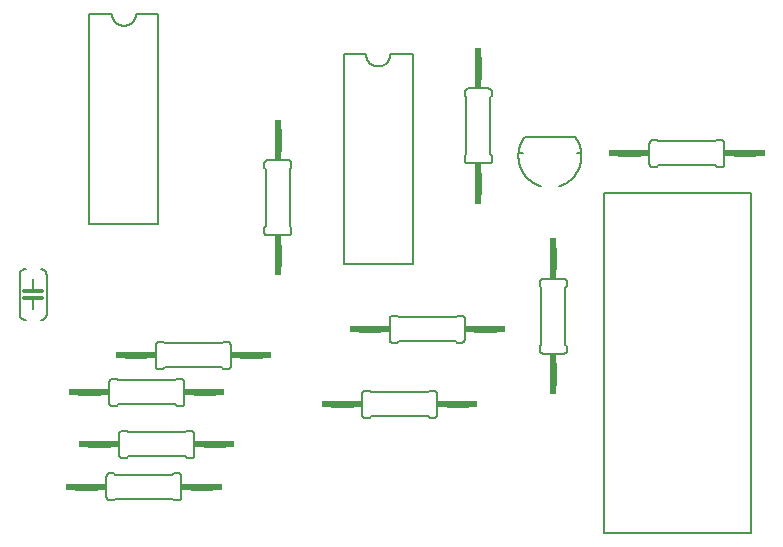
<source format=gto>
G75*
%MOIN*%
%OFA0B0*%
%FSLAX25Y25*%
%IPPOS*%
%LPD*%
%AMOC8*
5,1,8,0,0,1.08239X$1,22.5*
%
%ADD10C,0.00600*%
%ADD11C,0.00800*%
%ADD12C,0.02400*%
%ADD13R,0.03400X0.02400*%
%ADD14R,0.02400X0.03400*%
%ADD15C,0.01200*%
D10*
X0056675Y0019655D02*
X0056675Y0026655D01*
X0056677Y0026715D01*
X0056682Y0026776D01*
X0056691Y0026835D01*
X0056704Y0026894D01*
X0056720Y0026953D01*
X0056740Y0027010D01*
X0056763Y0027065D01*
X0056790Y0027120D01*
X0056819Y0027172D01*
X0056852Y0027223D01*
X0056888Y0027272D01*
X0056926Y0027318D01*
X0056968Y0027362D01*
X0057012Y0027404D01*
X0057058Y0027442D01*
X0057107Y0027478D01*
X0057158Y0027511D01*
X0057210Y0027540D01*
X0057265Y0027567D01*
X0057320Y0027590D01*
X0057377Y0027610D01*
X0057436Y0027626D01*
X0057495Y0027639D01*
X0057554Y0027648D01*
X0057615Y0027653D01*
X0057675Y0027655D01*
X0059175Y0027655D01*
X0059675Y0027155D01*
X0078675Y0027155D01*
X0079175Y0027655D01*
X0080675Y0027655D01*
X0080735Y0027653D01*
X0080796Y0027648D01*
X0080855Y0027639D01*
X0080914Y0027626D01*
X0080973Y0027610D01*
X0081030Y0027590D01*
X0081085Y0027567D01*
X0081140Y0027540D01*
X0081192Y0027511D01*
X0081243Y0027478D01*
X0081292Y0027442D01*
X0081338Y0027404D01*
X0081382Y0027362D01*
X0081424Y0027318D01*
X0081462Y0027272D01*
X0081498Y0027223D01*
X0081531Y0027172D01*
X0081560Y0027120D01*
X0081587Y0027065D01*
X0081610Y0027010D01*
X0081630Y0026953D01*
X0081646Y0026894D01*
X0081659Y0026835D01*
X0081668Y0026776D01*
X0081673Y0026715D01*
X0081675Y0026655D01*
X0081675Y0019655D01*
X0081673Y0019595D01*
X0081668Y0019534D01*
X0081659Y0019475D01*
X0081646Y0019416D01*
X0081630Y0019357D01*
X0081610Y0019300D01*
X0081587Y0019245D01*
X0081560Y0019190D01*
X0081531Y0019138D01*
X0081498Y0019087D01*
X0081462Y0019038D01*
X0081424Y0018992D01*
X0081382Y0018948D01*
X0081338Y0018906D01*
X0081292Y0018868D01*
X0081243Y0018832D01*
X0081192Y0018799D01*
X0081140Y0018770D01*
X0081085Y0018743D01*
X0081030Y0018720D01*
X0080973Y0018700D01*
X0080914Y0018684D01*
X0080855Y0018671D01*
X0080796Y0018662D01*
X0080735Y0018657D01*
X0080675Y0018655D01*
X0079175Y0018655D01*
X0078675Y0019155D01*
X0059675Y0019155D01*
X0059175Y0018655D01*
X0057675Y0018655D01*
X0057615Y0018657D01*
X0057554Y0018662D01*
X0057495Y0018671D01*
X0057436Y0018684D01*
X0057377Y0018700D01*
X0057320Y0018720D01*
X0057265Y0018743D01*
X0057210Y0018770D01*
X0057158Y0018799D01*
X0057107Y0018832D01*
X0057058Y0018868D01*
X0057012Y0018906D01*
X0056968Y0018948D01*
X0056926Y0018992D01*
X0056888Y0019038D01*
X0056852Y0019087D01*
X0056819Y0019138D01*
X0056790Y0019190D01*
X0056763Y0019245D01*
X0056740Y0019300D01*
X0056720Y0019357D01*
X0056704Y0019416D01*
X0056691Y0019475D01*
X0056682Y0019534D01*
X0056677Y0019595D01*
X0056675Y0019655D01*
X0061875Y0032665D02*
X0063375Y0032665D01*
X0063875Y0033165D01*
X0082875Y0033165D01*
X0083375Y0032665D01*
X0084875Y0032665D01*
X0084935Y0032667D01*
X0084996Y0032672D01*
X0085055Y0032681D01*
X0085114Y0032694D01*
X0085173Y0032710D01*
X0085230Y0032730D01*
X0085285Y0032753D01*
X0085340Y0032780D01*
X0085392Y0032809D01*
X0085443Y0032842D01*
X0085492Y0032878D01*
X0085538Y0032916D01*
X0085582Y0032958D01*
X0085624Y0033002D01*
X0085662Y0033048D01*
X0085698Y0033097D01*
X0085731Y0033148D01*
X0085760Y0033200D01*
X0085787Y0033255D01*
X0085810Y0033310D01*
X0085830Y0033367D01*
X0085846Y0033426D01*
X0085859Y0033485D01*
X0085868Y0033544D01*
X0085873Y0033605D01*
X0085875Y0033665D01*
X0085875Y0040665D01*
X0085873Y0040725D01*
X0085868Y0040786D01*
X0085859Y0040845D01*
X0085846Y0040904D01*
X0085830Y0040963D01*
X0085810Y0041020D01*
X0085787Y0041075D01*
X0085760Y0041130D01*
X0085731Y0041182D01*
X0085698Y0041233D01*
X0085662Y0041282D01*
X0085624Y0041328D01*
X0085582Y0041372D01*
X0085538Y0041414D01*
X0085492Y0041452D01*
X0085443Y0041488D01*
X0085392Y0041521D01*
X0085340Y0041550D01*
X0085285Y0041577D01*
X0085230Y0041600D01*
X0085173Y0041620D01*
X0085114Y0041636D01*
X0085055Y0041649D01*
X0084996Y0041658D01*
X0084935Y0041663D01*
X0084875Y0041665D01*
X0083375Y0041665D01*
X0082875Y0041165D01*
X0063875Y0041165D01*
X0063375Y0041665D01*
X0061875Y0041665D01*
X0061815Y0041663D01*
X0061754Y0041658D01*
X0061695Y0041649D01*
X0061636Y0041636D01*
X0061577Y0041620D01*
X0061520Y0041600D01*
X0061465Y0041577D01*
X0061410Y0041550D01*
X0061358Y0041521D01*
X0061307Y0041488D01*
X0061258Y0041452D01*
X0061212Y0041414D01*
X0061168Y0041372D01*
X0061126Y0041328D01*
X0061088Y0041282D01*
X0061052Y0041233D01*
X0061019Y0041182D01*
X0060990Y0041130D01*
X0060963Y0041075D01*
X0060940Y0041020D01*
X0060920Y0040963D01*
X0060904Y0040904D01*
X0060891Y0040845D01*
X0060882Y0040786D01*
X0060877Y0040725D01*
X0060875Y0040665D01*
X0060875Y0033665D01*
X0060877Y0033605D01*
X0060882Y0033544D01*
X0060891Y0033485D01*
X0060904Y0033426D01*
X0060920Y0033367D01*
X0060940Y0033310D01*
X0060963Y0033255D01*
X0060990Y0033200D01*
X0061019Y0033148D01*
X0061052Y0033097D01*
X0061088Y0033048D01*
X0061126Y0033002D01*
X0061168Y0032958D01*
X0061212Y0032916D01*
X0061258Y0032878D01*
X0061307Y0032842D01*
X0061358Y0032809D01*
X0061410Y0032780D01*
X0061465Y0032753D01*
X0061520Y0032730D01*
X0061577Y0032710D01*
X0061636Y0032694D01*
X0061695Y0032681D01*
X0061754Y0032672D01*
X0061815Y0032667D01*
X0061875Y0032665D01*
X0060105Y0050020D02*
X0058605Y0050020D01*
X0058545Y0050022D01*
X0058484Y0050027D01*
X0058425Y0050036D01*
X0058366Y0050049D01*
X0058307Y0050065D01*
X0058250Y0050085D01*
X0058195Y0050108D01*
X0058140Y0050135D01*
X0058088Y0050164D01*
X0058037Y0050197D01*
X0057988Y0050233D01*
X0057942Y0050271D01*
X0057898Y0050313D01*
X0057856Y0050357D01*
X0057818Y0050403D01*
X0057782Y0050452D01*
X0057749Y0050503D01*
X0057720Y0050555D01*
X0057693Y0050610D01*
X0057670Y0050665D01*
X0057650Y0050722D01*
X0057634Y0050781D01*
X0057621Y0050840D01*
X0057612Y0050899D01*
X0057607Y0050960D01*
X0057605Y0051020D01*
X0057605Y0058020D01*
X0057607Y0058080D01*
X0057612Y0058141D01*
X0057621Y0058200D01*
X0057634Y0058259D01*
X0057650Y0058318D01*
X0057670Y0058375D01*
X0057693Y0058430D01*
X0057720Y0058485D01*
X0057749Y0058537D01*
X0057782Y0058588D01*
X0057818Y0058637D01*
X0057856Y0058683D01*
X0057898Y0058727D01*
X0057942Y0058769D01*
X0057988Y0058807D01*
X0058037Y0058843D01*
X0058088Y0058876D01*
X0058140Y0058905D01*
X0058195Y0058932D01*
X0058250Y0058955D01*
X0058307Y0058975D01*
X0058366Y0058991D01*
X0058425Y0059004D01*
X0058484Y0059013D01*
X0058545Y0059018D01*
X0058605Y0059020D01*
X0060105Y0059020D01*
X0060605Y0058520D01*
X0079605Y0058520D01*
X0080105Y0059020D01*
X0081605Y0059020D01*
X0081665Y0059018D01*
X0081726Y0059013D01*
X0081785Y0059004D01*
X0081844Y0058991D01*
X0081903Y0058975D01*
X0081960Y0058955D01*
X0082015Y0058932D01*
X0082070Y0058905D01*
X0082122Y0058876D01*
X0082173Y0058843D01*
X0082222Y0058807D01*
X0082268Y0058769D01*
X0082312Y0058727D01*
X0082354Y0058683D01*
X0082392Y0058637D01*
X0082428Y0058588D01*
X0082461Y0058537D01*
X0082490Y0058485D01*
X0082517Y0058430D01*
X0082540Y0058375D01*
X0082560Y0058318D01*
X0082576Y0058259D01*
X0082589Y0058200D01*
X0082598Y0058141D01*
X0082603Y0058080D01*
X0082605Y0058020D01*
X0082605Y0051020D01*
X0082603Y0050960D01*
X0082598Y0050899D01*
X0082589Y0050840D01*
X0082576Y0050781D01*
X0082560Y0050722D01*
X0082540Y0050665D01*
X0082517Y0050610D01*
X0082490Y0050555D01*
X0082461Y0050503D01*
X0082428Y0050452D01*
X0082392Y0050403D01*
X0082354Y0050357D01*
X0082312Y0050313D01*
X0082268Y0050271D01*
X0082222Y0050233D01*
X0082173Y0050197D01*
X0082122Y0050164D01*
X0082070Y0050135D01*
X0082015Y0050108D01*
X0081960Y0050085D01*
X0081903Y0050065D01*
X0081844Y0050049D01*
X0081785Y0050036D01*
X0081726Y0050027D01*
X0081665Y0050022D01*
X0081605Y0050020D01*
X0080105Y0050020D01*
X0079605Y0050520D01*
X0060605Y0050520D01*
X0060105Y0050020D01*
X0073085Y0063340D02*
X0073085Y0070340D01*
X0073087Y0070400D01*
X0073092Y0070461D01*
X0073101Y0070520D01*
X0073114Y0070579D01*
X0073130Y0070638D01*
X0073150Y0070695D01*
X0073173Y0070750D01*
X0073200Y0070805D01*
X0073229Y0070857D01*
X0073262Y0070908D01*
X0073298Y0070957D01*
X0073336Y0071003D01*
X0073378Y0071047D01*
X0073422Y0071089D01*
X0073468Y0071127D01*
X0073517Y0071163D01*
X0073568Y0071196D01*
X0073620Y0071225D01*
X0073675Y0071252D01*
X0073730Y0071275D01*
X0073787Y0071295D01*
X0073846Y0071311D01*
X0073905Y0071324D01*
X0073964Y0071333D01*
X0074025Y0071338D01*
X0074085Y0071340D01*
X0075585Y0071340D01*
X0076085Y0070840D01*
X0095085Y0070840D01*
X0095585Y0071340D01*
X0097085Y0071340D01*
X0097145Y0071338D01*
X0097206Y0071333D01*
X0097265Y0071324D01*
X0097324Y0071311D01*
X0097383Y0071295D01*
X0097440Y0071275D01*
X0097495Y0071252D01*
X0097550Y0071225D01*
X0097602Y0071196D01*
X0097653Y0071163D01*
X0097702Y0071127D01*
X0097748Y0071089D01*
X0097792Y0071047D01*
X0097834Y0071003D01*
X0097872Y0070957D01*
X0097908Y0070908D01*
X0097941Y0070857D01*
X0097970Y0070805D01*
X0097997Y0070750D01*
X0098020Y0070695D01*
X0098040Y0070638D01*
X0098056Y0070579D01*
X0098069Y0070520D01*
X0098078Y0070461D01*
X0098083Y0070400D01*
X0098085Y0070340D01*
X0098085Y0063340D01*
X0098083Y0063280D01*
X0098078Y0063219D01*
X0098069Y0063160D01*
X0098056Y0063101D01*
X0098040Y0063042D01*
X0098020Y0062985D01*
X0097997Y0062930D01*
X0097970Y0062875D01*
X0097941Y0062823D01*
X0097908Y0062772D01*
X0097872Y0062723D01*
X0097834Y0062677D01*
X0097792Y0062633D01*
X0097748Y0062591D01*
X0097702Y0062553D01*
X0097653Y0062517D01*
X0097602Y0062484D01*
X0097550Y0062455D01*
X0097495Y0062428D01*
X0097440Y0062405D01*
X0097383Y0062385D01*
X0097324Y0062369D01*
X0097265Y0062356D01*
X0097206Y0062347D01*
X0097145Y0062342D01*
X0097085Y0062340D01*
X0095585Y0062340D01*
X0095085Y0062840D01*
X0076085Y0062840D01*
X0075585Y0062340D01*
X0074085Y0062340D01*
X0074025Y0062342D01*
X0073964Y0062347D01*
X0073905Y0062356D01*
X0073846Y0062369D01*
X0073787Y0062385D01*
X0073730Y0062405D01*
X0073675Y0062428D01*
X0073620Y0062455D01*
X0073568Y0062484D01*
X0073517Y0062517D01*
X0073468Y0062553D01*
X0073422Y0062591D01*
X0073378Y0062633D01*
X0073336Y0062677D01*
X0073298Y0062723D01*
X0073262Y0062772D01*
X0073229Y0062823D01*
X0073200Y0062875D01*
X0073173Y0062930D01*
X0073150Y0062985D01*
X0073130Y0063042D01*
X0073114Y0063101D01*
X0073101Y0063160D01*
X0073092Y0063219D01*
X0073087Y0063280D01*
X0073085Y0063340D01*
X0036700Y0080700D02*
X0036700Y0093700D01*
X0036698Y0093787D01*
X0036692Y0093874D01*
X0036683Y0093961D01*
X0036670Y0094047D01*
X0036653Y0094133D01*
X0036632Y0094218D01*
X0036607Y0094301D01*
X0036579Y0094384D01*
X0036548Y0094465D01*
X0036513Y0094545D01*
X0036474Y0094623D01*
X0036432Y0094700D01*
X0036387Y0094775D01*
X0036338Y0094847D01*
X0036287Y0094918D01*
X0036232Y0094986D01*
X0036175Y0095051D01*
X0036114Y0095114D01*
X0036051Y0095175D01*
X0035986Y0095232D01*
X0035918Y0095287D01*
X0035847Y0095338D01*
X0035775Y0095387D01*
X0035700Y0095432D01*
X0035623Y0095474D01*
X0035545Y0095513D01*
X0035465Y0095548D01*
X0035384Y0095579D01*
X0035301Y0095607D01*
X0035218Y0095632D01*
X0035133Y0095653D01*
X0035047Y0095670D01*
X0034961Y0095683D01*
X0034874Y0095692D01*
X0034787Y0095698D01*
X0034700Y0095700D01*
X0032200Y0092200D02*
X0032200Y0088400D01*
X0032200Y0085900D02*
X0032200Y0082200D01*
X0029700Y0078700D02*
X0029613Y0078702D01*
X0029526Y0078708D01*
X0029439Y0078717D01*
X0029353Y0078730D01*
X0029267Y0078747D01*
X0029182Y0078768D01*
X0029099Y0078793D01*
X0029016Y0078821D01*
X0028935Y0078852D01*
X0028855Y0078887D01*
X0028777Y0078926D01*
X0028700Y0078968D01*
X0028625Y0079013D01*
X0028553Y0079062D01*
X0028482Y0079113D01*
X0028414Y0079168D01*
X0028349Y0079225D01*
X0028286Y0079286D01*
X0028225Y0079349D01*
X0028168Y0079414D01*
X0028113Y0079482D01*
X0028062Y0079553D01*
X0028013Y0079625D01*
X0027968Y0079700D01*
X0027926Y0079777D01*
X0027887Y0079855D01*
X0027852Y0079935D01*
X0027821Y0080016D01*
X0027793Y0080099D01*
X0027768Y0080182D01*
X0027747Y0080267D01*
X0027730Y0080353D01*
X0027717Y0080439D01*
X0027708Y0080526D01*
X0027702Y0080613D01*
X0027700Y0080700D01*
X0027700Y0093700D01*
X0027702Y0093787D01*
X0027708Y0093874D01*
X0027717Y0093961D01*
X0027730Y0094047D01*
X0027747Y0094133D01*
X0027768Y0094218D01*
X0027793Y0094301D01*
X0027821Y0094384D01*
X0027852Y0094465D01*
X0027887Y0094545D01*
X0027926Y0094623D01*
X0027968Y0094700D01*
X0028013Y0094775D01*
X0028062Y0094847D01*
X0028113Y0094918D01*
X0028168Y0094986D01*
X0028225Y0095051D01*
X0028286Y0095114D01*
X0028349Y0095175D01*
X0028414Y0095232D01*
X0028482Y0095287D01*
X0028553Y0095338D01*
X0028625Y0095387D01*
X0028700Y0095432D01*
X0028777Y0095474D01*
X0028855Y0095513D01*
X0028935Y0095548D01*
X0029016Y0095579D01*
X0029099Y0095607D01*
X0029182Y0095632D01*
X0029267Y0095653D01*
X0029353Y0095670D01*
X0029439Y0095683D01*
X0029526Y0095692D01*
X0029613Y0095698D01*
X0029700Y0095700D01*
X0050995Y0110775D02*
X0073995Y0110775D01*
X0073995Y0180775D01*
X0066495Y0180775D01*
X0066493Y0180649D01*
X0066487Y0180524D01*
X0066477Y0180399D01*
X0066463Y0180274D01*
X0066446Y0180149D01*
X0066424Y0180025D01*
X0066399Y0179902D01*
X0066369Y0179780D01*
X0066336Y0179659D01*
X0066299Y0179539D01*
X0066259Y0179420D01*
X0066214Y0179303D01*
X0066166Y0179186D01*
X0066114Y0179072D01*
X0066059Y0178959D01*
X0066000Y0178848D01*
X0065938Y0178739D01*
X0065872Y0178632D01*
X0065803Y0178527D01*
X0065731Y0178424D01*
X0065656Y0178323D01*
X0065577Y0178225D01*
X0065495Y0178130D01*
X0065411Y0178037D01*
X0065323Y0177947D01*
X0065233Y0177859D01*
X0065140Y0177775D01*
X0065045Y0177693D01*
X0064947Y0177614D01*
X0064846Y0177539D01*
X0064743Y0177467D01*
X0064638Y0177398D01*
X0064531Y0177332D01*
X0064422Y0177270D01*
X0064311Y0177211D01*
X0064198Y0177156D01*
X0064084Y0177104D01*
X0063967Y0177056D01*
X0063850Y0177011D01*
X0063731Y0176971D01*
X0063611Y0176934D01*
X0063490Y0176901D01*
X0063368Y0176871D01*
X0063245Y0176846D01*
X0063121Y0176824D01*
X0062996Y0176807D01*
X0062871Y0176793D01*
X0062746Y0176783D01*
X0062621Y0176777D01*
X0062495Y0176775D01*
X0062369Y0176777D01*
X0062244Y0176783D01*
X0062119Y0176793D01*
X0061994Y0176807D01*
X0061869Y0176824D01*
X0061745Y0176846D01*
X0061622Y0176871D01*
X0061500Y0176901D01*
X0061379Y0176934D01*
X0061259Y0176971D01*
X0061140Y0177011D01*
X0061023Y0177056D01*
X0060906Y0177104D01*
X0060792Y0177156D01*
X0060679Y0177211D01*
X0060568Y0177270D01*
X0060459Y0177332D01*
X0060352Y0177398D01*
X0060247Y0177467D01*
X0060144Y0177539D01*
X0060043Y0177614D01*
X0059945Y0177693D01*
X0059850Y0177775D01*
X0059757Y0177859D01*
X0059667Y0177947D01*
X0059579Y0178037D01*
X0059495Y0178130D01*
X0059413Y0178225D01*
X0059334Y0178323D01*
X0059259Y0178424D01*
X0059187Y0178527D01*
X0059118Y0178632D01*
X0059052Y0178739D01*
X0058990Y0178848D01*
X0058931Y0178959D01*
X0058876Y0179072D01*
X0058824Y0179186D01*
X0058776Y0179303D01*
X0058731Y0179420D01*
X0058691Y0179539D01*
X0058654Y0179659D01*
X0058621Y0179780D01*
X0058591Y0179902D01*
X0058566Y0180025D01*
X0058544Y0180149D01*
X0058527Y0180274D01*
X0058513Y0180399D01*
X0058503Y0180524D01*
X0058497Y0180649D01*
X0058495Y0180775D01*
X0050995Y0180775D01*
X0050995Y0110775D01*
X0036700Y0080700D02*
X0036698Y0080613D01*
X0036692Y0080526D01*
X0036683Y0080439D01*
X0036670Y0080353D01*
X0036653Y0080267D01*
X0036632Y0080182D01*
X0036607Y0080099D01*
X0036579Y0080016D01*
X0036548Y0079935D01*
X0036513Y0079855D01*
X0036474Y0079777D01*
X0036432Y0079700D01*
X0036387Y0079625D01*
X0036338Y0079553D01*
X0036287Y0079482D01*
X0036232Y0079414D01*
X0036175Y0079349D01*
X0036114Y0079286D01*
X0036051Y0079225D01*
X0035986Y0079168D01*
X0035918Y0079113D01*
X0035847Y0079062D01*
X0035775Y0079013D01*
X0035700Y0078968D01*
X0035623Y0078926D01*
X0035545Y0078887D01*
X0035465Y0078852D01*
X0035384Y0078821D01*
X0035301Y0078793D01*
X0035218Y0078768D01*
X0035133Y0078747D01*
X0035047Y0078730D01*
X0034961Y0078717D01*
X0034874Y0078708D01*
X0034787Y0078702D01*
X0034700Y0078700D01*
X0109285Y0107910D02*
X0109285Y0109410D01*
X0109785Y0109910D01*
X0109785Y0128910D01*
X0109285Y0129410D01*
X0109285Y0130910D01*
X0109287Y0130970D01*
X0109292Y0131031D01*
X0109301Y0131090D01*
X0109314Y0131149D01*
X0109330Y0131208D01*
X0109350Y0131265D01*
X0109373Y0131320D01*
X0109400Y0131375D01*
X0109429Y0131427D01*
X0109462Y0131478D01*
X0109498Y0131527D01*
X0109536Y0131573D01*
X0109578Y0131617D01*
X0109622Y0131659D01*
X0109668Y0131697D01*
X0109717Y0131733D01*
X0109768Y0131766D01*
X0109820Y0131795D01*
X0109875Y0131822D01*
X0109930Y0131845D01*
X0109987Y0131865D01*
X0110046Y0131881D01*
X0110105Y0131894D01*
X0110164Y0131903D01*
X0110225Y0131908D01*
X0110285Y0131910D01*
X0117285Y0131910D01*
X0117345Y0131908D01*
X0117406Y0131903D01*
X0117465Y0131894D01*
X0117524Y0131881D01*
X0117583Y0131865D01*
X0117640Y0131845D01*
X0117695Y0131822D01*
X0117750Y0131795D01*
X0117802Y0131766D01*
X0117853Y0131733D01*
X0117902Y0131697D01*
X0117948Y0131659D01*
X0117992Y0131617D01*
X0118034Y0131573D01*
X0118072Y0131527D01*
X0118108Y0131478D01*
X0118141Y0131427D01*
X0118170Y0131375D01*
X0118197Y0131320D01*
X0118220Y0131265D01*
X0118240Y0131208D01*
X0118256Y0131149D01*
X0118269Y0131090D01*
X0118278Y0131031D01*
X0118283Y0130970D01*
X0118285Y0130910D01*
X0118285Y0129410D01*
X0117785Y0128910D01*
X0117785Y0109910D01*
X0118285Y0109410D01*
X0118285Y0107910D01*
X0118283Y0107850D01*
X0118278Y0107789D01*
X0118269Y0107730D01*
X0118256Y0107671D01*
X0118240Y0107612D01*
X0118220Y0107555D01*
X0118197Y0107500D01*
X0118170Y0107445D01*
X0118141Y0107393D01*
X0118108Y0107342D01*
X0118072Y0107293D01*
X0118034Y0107247D01*
X0117992Y0107203D01*
X0117948Y0107161D01*
X0117902Y0107123D01*
X0117853Y0107087D01*
X0117802Y0107054D01*
X0117750Y0107025D01*
X0117695Y0106998D01*
X0117640Y0106975D01*
X0117583Y0106955D01*
X0117524Y0106939D01*
X0117465Y0106926D01*
X0117406Y0106917D01*
X0117345Y0106912D01*
X0117285Y0106910D01*
X0110285Y0106910D01*
X0110225Y0106912D01*
X0110164Y0106917D01*
X0110105Y0106926D01*
X0110046Y0106939D01*
X0109987Y0106955D01*
X0109930Y0106975D01*
X0109875Y0106998D01*
X0109820Y0107025D01*
X0109768Y0107054D01*
X0109717Y0107087D01*
X0109668Y0107123D01*
X0109622Y0107161D01*
X0109578Y0107203D01*
X0109536Y0107247D01*
X0109498Y0107293D01*
X0109462Y0107342D01*
X0109429Y0107393D01*
X0109400Y0107445D01*
X0109373Y0107500D01*
X0109350Y0107555D01*
X0109330Y0107612D01*
X0109314Y0107671D01*
X0109301Y0107730D01*
X0109292Y0107789D01*
X0109287Y0107850D01*
X0109285Y0107910D01*
X0135700Y0097200D02*
X0158700Y0097200D01*
X0158700Y0167200D01*
X0151200Y0167200D01*
X0151198Y0167074D01*
X0151192Y0166949D01*
X0151182Y0166824D01*
X0151168Y0166699D01*
X0151151Y0166574D01*
X0151129Y0166450D01*
X0151104Y0166327D01*
X0151074Y0166205D01*
X0151041Y0166084D01*
X0151004Y0165964D01*
X0150964Y0165845D01*
X0150919Y0165728D01*
X0150871Y0165611D01*
X0150819Y0165497D01*
X0150764Y0165384D01*
X0150705Y0165273D01*
X0150643Y0165164D01*
X0150577Y0165057D01*
X0150508Y0164952D01*
X0150436Y0164849D01*
X0150361Y0164748D01*
X0150282Y0164650D01*
X0150200Y0164555D01*
X0150116Y0164462D01*
X0150028Y0164372D01*
X0149938Y0164284D01*
X0149845Y0164200D01*
X0149750Y0164118D01*
X0149652Y0164039D01*
X0149551Y0163964D01*
X0149448Y0163892D01*
X0149343Y0163823D01*
X0149236Y0163757D01*
X0149127Y0163695D01*
X0149016Y0163636D01*
X0148903Y0163581D01*
X0148789Y0163529D01*
X0148672Y0163481D01*
X0148555Y0163436D01*
X0148436Y0163396D01*
X0148316Y0163359D01*
X0148195Y0163326D01*
X0148073Y0163296D01*
X0147950Y0163271D01*
X0147826Y0163249D01*
X0147701Y0163232D01*
X0147576Y0163218D01*
X0147451Y0163208D01*
X0147326Y0163202D01*
X0147200Y0163200D01*
X0147074Y0163202D01*
X0146949Y0163208D01*
X0146824Y0163218D01*
X0146699Y0163232D01*
X0146574Y0163249D01*
X0146450Y0163271D01*
X0146327Y0163296D01*
X0146205Y0163326D01*
X0146084Y0163359D01*
X0145964Y0163396D01*
X0145845Y0163436D01*
X0145728Y0163481D01*
X0145611Y0163529D01*
X0145497Y0163581D01*
X0145384Y0163636D01*
X0145273Y0163695D01*
X0145164Y0163757D01*
X0145057Y0163823D01*
X0144952Y0163892D01*
X0144849Y0163964D01*
X0144748Y0164039D01*
X0144650Y0164118D01*
X0144555Y0164200D01*
X0144462Y0164284D01*
X0144372Y0164372D01*
X0144284Y0164462D01*
X0144200Y0164555D01*
X0144118Y0164650D01*
X0144039Y0164748D01*
X0143964Y0164849D01*
X0143892Y0164952D01*
X0143823Y0165057D01*
X0143757Y0165164D01*
X0143695Y0165273D01*
X0143636Y0165384D01*
X0143581Y0165497D01*
X0143529Y0165611D01*
X0143481Y0165728D01*
X0143436Y0165845D01*
X0143396Y0165964D01*
X0143359Y0166084D01*
X0143326Y0166205D01*
X0143296Y0166327D01*
X0143271Y0166450D01*
X0143249Y0166574D01*
X0143232Y0166699D01*
X0143218Y0166824D01*
X0143208Y0166949D01*
X0143202Y0167074D01*
X0143200Y0167200D01*
X0135700Y0167200D01*
X0135700Y0097200D01*
X0152060Y0080155D02*
X0153560Y0080155D01*
X0154060Y0079655D01*
X0173060Y0079655D01*
X0173560Y0080155D01*
X0175060Y0080155D01*
X0175120Y0080153D01*
X0175181Y0080148D01*
X0175240Y0080139D01*
X0175299Y0080126D01*
X0175358Y0080110D01*
X0175415Y0080090D01*
X0175470Y0080067D01*
X0175525Y0080040D01*
X0175577Y0080011D01*
X0175628Y0079978D01*
X0175677Y0079942D01*
X0175723Y0079904D01*
X0175767Y0079862D01*
X0175809Y0079818D01*
X0175847Y0079772D01*
X0175883Y0079723D01*
X0175916Y0079672D01*
X0175945Y0079620D01*
X0175972Y0079565D01*
X0175995Y0079510D01*
X0176015Y0079453D01*
X0176031Y0079394D01*
X0176044Y0079335D01*
X0176053Y0079276D01*
X0176058Y0079215D01*
X0176060Y0079155D01*
X0176060Y0072155D01*
X0176058Y0072095D01*
X0176053Y0072034D01*
X0176044Y0071975D01*
X0176031Y0071916D01*
X0176015Y0071857D01*
X0175995Y0071800D01*
X0175972Y0071745D01*
X0175945Y0071690D01*
X0175916Y0071638D01*
X0175883Y0071587D01*
X0175847Y0071538D01*
X0175809Y0071492D01*
X0175767Y0071448D01*
X0175723Y0071406D01*
X0175677Y0071368D01*
X0175628Y0071332D01*
X0175577Y0071299D01*
X0175525Y0071270D01*
X0175470Y0071243D01*
X0175415Y0071220D01*
X0175358Y0071200D01*
X0175299Y0071184D01*
X0175240Y0071171D01*
X0175181Y0071162D01*
X0175120Y0071157D01*
X0175060Y0071155D01*
X0173560Y0071155D01*
X0173060Y0071655D01*
X0154060Y0071655D01*
X0153560Y0071155D01*
X0152060Y0071155D01*
X0152000Y0071157D01*
X0151939Y0071162D01*
X0151880Y0071171D01*
X0151821Y0071184D01*
X0151762Y0071200D01*
X0151705Y0071220D01*
X0151650Y0071243D01*
X0151595Y0071270D01*
X0151543Y0071299D01*
X0151492Y0071332D01*
X0151443Y0071368D01*
X0151397Y0071406D01*
X0151353Y0071448D01*
X0151311Y0071492D01*
X0151273Y0071538D01*
X0151237Y0071587D01*
X0151204Y0071638D01*
X0151175Y0071690D01*
X0151148Y0071745D01*
X0151125Y0071800D01*
X0151105Y0071857D01*
X0151089Y0071916D01*
X0151076Y0071975D01*
X0151067Y0072034D01*
X0151062Y0072095D01*
X0151060Y0072155D01*
X0151060Y0079155D01*
X0151062Y0079215D01*
X0151067Y0079276D01*
X0151076Y0079335D01*
X0151089Y0079394D01*
X0151105Y0079453D01*
X0151125Y0079510D01*
X0151148Y0079565D01*
X0151175Y0079620D01*
X0151204Y0079672D01*
X0151237Y0079723D01*
X0151273Y0079772D01*
X0151311Y0079818D01*
X0151353Y0079862D01*
X0151397Y0079904D01*
X0151443Y0079942D01*
X0151492Y0079978D01*
X0151543Y0080011D01*
X0151595Y0080040D01*
X0151650Y0080067D01*
X0151705Y0080090D01*
X0151762Y0080110D01*
X0151821Y0080126D01*
X0151880Y0080139D01*
X0151939Y0080148D01*
X0152000Y0080153D01*
X0152060Y0080155D01*
X0144410Y0055115D02*
X0144910Y0054615D01*
X0163910Y0054615D01*
X0164410Y0055115D01*
X0165910Y0055115D01*
X0165970Y0055113D01*
X0166031Y0055108D01*
X0166090Y0055099D01*
X0166149Y0055086D01*
X0166208Y0055070D01*
X0166265Y0055050D01*
X0166320Y0055027D01*
X0166375Y0055000D01*
X0166427Y0054971D01*
X0166478Y0054938D01*
X0166527Y0054902D01*
X0166573Y0054864D01*
X0166617Y0054822D01*
X0166659Y0054778D01*
X0166697Y0054732D01*
X0166733Y0054683D01*
X0166766Y0054632D01*
X0166795Y0054580D01*
X0166822Y0054525D01*
X0166845Y0054470D01*
X0166865Y0054413D01*
X0166881Y0054354D01*
X0166894Y0054295D01*
X0166903Y0054236D01*
X0166908Y0054175D01*
X0166910Y0054115D01*
X0166910Y0047115D01*
X0166908Y0047055D01*
X0166903Y0046994D01*
X0166894Y0046935D01*
X0166881Y0046876D01*
X0166865Y0046817D01*
X0166845Y0046760D01*
X0166822Y0046705D01*
X0166795Y0046650D01*
X0166766Y0046598D01*
X0166733Y0046547D01*
X0166697Y0046498D01*
X0166659Y0046452D01*
X0166617Y0046408D01*
X0166573Y0046366D01*
X0166527Y0046328D01*
X0166478Y0046292D01*
X0166427Y0046259D01*
X0166375Y0046230D01*
X0166320Y0046203D01*
X0166265Y0046180D01*
X0166208Y0046160D01*
X0166149Y0046144D01*
X0166090Y0046131D01*
X0166031Y0046122D01*
X0165970Y0046117D01*
X0165910Y0046115D01*
X0164410Y0046115D01*
X0163910Y0046615D01*
X0144910Y0046615D01*
X0144410Y0046115D01*
X0142910Y0046115D01*
X0142850Y0046117D01*
X0142789Y0046122D01*
X0142730Y0046131D01*
X0142671Y0046144D01*
X0142612Y0046160D01*
X0142555Y0046180D01*
X0142500Y0046203D01*
X0142445Y0046230D01*
X0142393Y0046259D01*
X0142342Y0046292D01*
X0142293Y0046328D01*
X0142247Y0046366D01*
X0142203Y0046408D01*
X0142161Y0046452D01*
X0142123Y0046498D01*
X0142087Y0046547D01*
X0142054Y0046598D01*
X0142025Y0046650D01*
X0141998Y0046705D01*
X0141975Y0046760D01*
X0141955Y0046817D01*
X0141939Y0046876D01*
X0141926Y0046935D01*
X0141917Y0046994D01*
X0141912Y0047055D01*
X0141910Y0047115D01*
X0141910Y0054115D01*
X0141912Y0054175D01*
X0141917Y0054236D01*
X0141926Y0054295D01*
X0141939Y0054354D01*
X0141955Y0054413D01*
X0141975Y0054470D01*
X0141998Y0054525D01*
X0142025Y0054580D01*
X0142054Y0054632D01*
X0142087Y0054683D01*
X0142123Y0054732D01*
X0142161Y0054778D01*
X0142203Y0054822D01*
X0142247Y0054864D01*
X0142293Y0054902D01*
X0142342Y0054938D01*
X0142393Y0054971D01*
X0142445Y0055000D01*
X0142500Y0055027D01*
X0142555Y0055050D01*
X0142612Y0055070D01*
X0142671Y0055086D01*
X0142730Y0055099D01*
X0142789Y0055108D01*
X0142850Y0055113D01*
X0142910Y0055115D01*
X0144410Y0055115D01*
X0201115Y0068490D02*
X0201115Y0069990D01*
X0201615Y0070490D01*
X0201615Y0089490D01*
X0201115Y0089990D01*
X0201115Y0091490D01*
X0201117Y0091550D01*
X0201122Y0091611D01*
X0201131Y0091670D01*
X0201144Y0091729D01*
X0201160Y0091788D01*
X0201180Y0091845D01*
X0201203Y0091900D01*
X0201230Y0091955D01*
X0201259Y0092007D01*
X0201292Y0092058D01*
X0201328Y0092107D01*
X0201366Y0092153D01*
X0201408Y0092197D01*
X0201452Y0092239D01*
X0201498Y0092277D01*
X0201547Y0092313D01*
X0201598Y0092346D01*
X0201650Y0092375D01*
X0201705Y0092402D01*
X0201760Y0092425D01*
X0201817Y0092445D01*
X0201876Y0092461D01*
X0201935Y0092474D01*
X0201994Y0092483D01*
X0202055Y0092488D01*
X0202115Y0092490D01*
X0209115Y0092490D01*
X0209175Y0092488D01*
X0209236Y0092483D01*
X0209295Y0092474D01*
X0209354Y0092461D01*
X0209413Y0092445D01*
X0209470Y0092425D01*
X0209525Y0092402D01*
X0209580Y0092375D01*
X0209632Y0092346D01*
X0209683Y0092313D01*
X0209732Y0092277D01*
X0209778Y0092239D01*
X0209822Y0092197D01*
X0209864Y0092153D01*
X0209902Y0092107D01*
X0209938Y0092058D01*
X0209971Y0092007D01*
X0210000Y0091955D01*
X0210027Y0091900D01*
X0210050Y0091845D01*
X0210070Y0091788D01*
X0210086Y0091729D01*
X0210099Y0091670D01*
X0210108Y0091611D01*
X0210113Y0091550D01*
X0210115Y0091490D01*
X0210115Y0089990D01*
X0209615Y0089490D01*
X0209615Y0070490D01*
X0210115Y0069990D01*
X0210115Y0068490D01*
X0210113Y0068430D01*
X0210108Y0068369D01*
X0210099Y0068310D01*
X0210086Y0068251D01*
X0210070Y0068192D01*
X0210050Y0068135D01*
X0210027Y0068080D01*
X0210000Y0068025D01*
X0209971Y0067973D01*
X0209938Y0067922D01*
X0209902Y0067873D01*
X0209864Y0067827D01*
X0209822Y0067783D01*
X0209778Y0067741D01*
X0209732Y0067703D01*
X0209683Y0067667D01*
X0209632Y0067634D01*
X0209580Y0067605D01*
X0209525Y0067578D01*
X0209470Y0067555D01*
X0209413Y0067535D01*
X0209354Y0067519D01*
X0209295Y0067506D01*
X0209236Y0067497D01*
X0209175Y0067492D01*
X0209115Y0067490D01*
X0202115Y0067490D01*
X0202055Y0067492D01*
X0201994Y0067497D01*
X0201935Y0067506D01*
X0201876Y0067519D01*
X0201817Y0067535D01*
X0201760Y0067555D01*
X0201705Y0067578D01*
X0201650Y0067605D01*
X0201598Y0067634D01*
X0201547Y0067667D01*
X0201498Y0067703D01*
X0201452Y0067741D01*
X0201408Y0067783D01*
X0201366Y0067827D01*
X0201328Y0067873D01*
X0201292Y0067922D01*
X0201259Y0067973D01*
X0201230Y0068025D01*
X0201203Y0068080D01*
X0201180Y0068135D01*
X0201160Y0068192D01*
X0201144Y0068251D01*
X0201131Y0068310D01*
X0201122Y0068369D01*
X0201117Y0068430D01*
X0201115Y0068490D01*
X0238680Y0129710D02*
X0240180Y0129710D01*
X0240680Y0130210D01*
X0259680Y0130210D01*
X0260180Y0129710D01*
X0261680Y0129710D01*
X0261740Y0129712D01*
X0261801Y0129717D01*
X0261860Y0129726D01*
X0261919Y0129739D01*
X0261978Y0129755D01*
X0262035Y0129775D01*
X0262090Y0129798D01*
X0262145Y0129825D01*
X0262197Y0129854D01*
X0262248Y0129887D01*
X0262297Y0129923D01*
X0262343Y0129961D01*
X0262387Y0130003D01*
X0262429Y0130047D01*
X0262467Y0130093D01*
X0262503Y0130142D01*
X0262536Y0130193D01*
X0262565Y0130245D01*
X0262592Y0130300D01*
X0262615Y0130355D01*
X0262635Y0130412D01*
X0262651Y0130471D01*
X0262664Y0130530D01*
X0262673Y0130589D01*
X0262678Y0130650D01*
X0262680Y0130710D01*
X0262680Y0137710D01*
X0262678Y0137770D01*
X0262673Y0137831D01*
X0262664Y0137890D01*
X0262651Y0137949D01*
X0262635Y0138008D01*
X0262615Y0138065D01*
X0262592Y0138120D01*
X0262565Y0138175D01*
X0262536Y0138227D01*
X0262503Y0138278D01*
X0262467Y0138327D01*
X0262429Y0138373D01*
X0262387Y0138417D01*
X0262343Y0138459D01*
X0262297Y0138497D01*
X0262248Y0138533D01*
X0262197Y0138566D01*
X0262145Y0138595D01*
X0262090Y0138622D01*
X0262035Y0138645D01*
X0261978Y0138665D01*
X0261919Y0138681D01*
X0261860Y0138694D01*
X0261801Y0138703D01*
X0261740Y0138708D01*
X0261680Y0138710D01*
X0260180Y0138710D01*
X0259680Y0138210D01*
X0240680Y0138210D01*
X0240180Y0138710D01*
X0238680Y0138710D01*
X0238620Y0138708D01*
X0238559Y0138703D01*
X0238500Y0138694D01*
X0238441Y0138681D01*
X0238382Y0138665D01*
X0238325Y0138645D01*
X0238270Y0138622D01*
X0238215Y0138595D01*
X0238163Y0138566D01*
X0238112Y0138533D01*
X0238063Y0138497D01*
X0238017Y0138459D01*
X0237973Y0138417D01*
X0237931Y0138373D01*
X0237893Y0138327D01*
X0237857Y0138278D01*
X0237824Y0138227D01*
X0237795Y0138175D01*
X0237768Y0138120D01*
X0237745Y0138065D01*
X0237725Y0138008D01*
X0237709Y0137949D01*
X0237696Y0137890D01*
X0237687Y0137831D01*
X0237682Y0137770D01*
X0237680Y0137710D01*
X0237680Y0130710D01*
X0237682Y0130650D01*
X0237687Y0130589D01*
X0237696Y0130530D01*
X0237709Y0130471D01*
X0237725Y0130412D01*
X0237745Y0130355D01*
X0237768Y0130300D01*
X0237795Y0130245D01*
X0237824Y0130193D01*
X0237857Y0130142D01*
X0237893Y0130093D01*
X0237931Y0130047D01*
X0237973Y0130003D01*
X0238017Y0129961D01*
X0238063Y0129923D01*
X0238112Y0129887D01*
X0238163Y0129854D01*
X0238215Y0129825D01*
X0238270Y0129798D01*
X0238325Y0129775D01*
X0238382Y0129755D01*
X0238441Y0129739D01*
X0238500Y0129726D01*
X0238559Y0129717D01*
X0238620Y0129712D01*
X0238680Y0129710D01*
X0214948Y0134310D02*
X0213369Y0134310D01*
X0212743Y0139810D02*
X0196247Y0139810D01*
X0195621Y0134310D02*
X0194042Y0134310D01*
X0185140Y0133340D02*
X0185140Y0131840D01*
X0185138Y0131780D01*
X0185133Y0131719D01*
X0185124Y0131660D01*
X0185111Y0131601D01*
X0185095Y0131542D01*
X0185075Y0131485D01*
X0185052Y0131430D01*
X0185025Y0131375D01*
X0184996Y0131323D01*
X0184963Y0131272D01*
X0184927Y0131223D01*
X0184889Y0131177D01*
X0184847Y0131133D01*
X0184803Y0131091D01*
X0184757Y0131053D01*
X0184708Y0131017D01*
X0184657Y0130984D01*
X0184605Y0130955D01*
X0184550Y0130928D01*
X0184495Y0130905D01*
X0184438Y0130885D01*
X0184379Y0130869D01*
X0184320Y0130856D01*
X0184261Y0130847D01*
X0184200Y0130842D01*
X0184140Y0130840D01*
X0177140Y0130840D01*
X0177080Y0130842D01*
X0177019Y0130847D01*
X0176960Y0130856D01*
X0176901Y0130869D01*
X0176842Y0130885D01*
X0176785Y0130905D01*
X0176730Y0130928D01*
X0176675Y0130955D01*
X0176623Y0130984D01*
X0176572Y0131017D01*
X0176523Y0131053D01*
X0176477Y0131091D01*
X0176433Y0131133D01*
X0176391Y0131177D01*
X0176353Y0131223D01*
X0176317Y0131272D01*
X0176284Y0131323D01*
X0176255Y0131375D01*
X0176228Y0131430D01*
X0176205Y0131485D01*
X0176185Y0131542D01*
X0176169Y0131601D01*
X0176156Y0131660D01*
X0176147Y0131719D01*
X0176142Y0131780D01*
X0176140Y0131840D01*
X0176140Y0133340D01*
X0176640Y0133840D01*
X0176640Y0152840D01*
X0176140Y0153340D01*
X0176140Y0154840D01*
X0176142Y0154900D01*
X0176147Y0154961D01*
X0176156Y0155020D01*
X0176169Y0155079D01*
X0176185Y0155138D01*
X0176205Y0155195D01*
X0176228Y0155250D01*
X0176255Y0155305D01*
X0176284Y0155357D01*
X0176317Y0155408D01*
X0176353Y0155457D01*
X0176391Y0155503D01*
X0176433Y0155547D01*
X0176477Y0155589D01*
X0176523Y0155627D01*
X0176572Y0155663D01*
X0176623Y0155696D01*
X0176675Y0155725D01*
X0176730Y0155752D01*
X0176785Y0155775D01*
X0176842Y0155795D01*
X0176901Y0155811D01*
X0176960Y0155824D01*
X0177019Y0155833D01*
X0177080Y0155838D01*
X0177140Y0155840D01*
X0184140Y0155840D01*
X0184200Y0155838D01*
X0184261Y0155833D01*
X0184320Y0155824D01*
X0184379Y0155811D01*
X0184438Y0155795D01*
X0184495Y0155775D01*
X0184550Y0155752D01*
X0184605Y0155725D01*
X0184657Y0155696D01*
X0184708Y0155663D01*
X0184757Y0155627D01*
X0184803Y0155589D01*
X0184847Y0155547D01*
X0184889Y0155503D01*
X0184927Y0155457D01*
X0184963Y0155408D01*
X0184996Y0155357D01*
X0185025Y0155305D01*
X0185052Y0155250D01*
X0185075Y0155195D01*
X0185095Y0155138D01*
X0185111Y0155079D01*
X0185124Y0155020D01*
X0185133Y0154961D01*
X0185138Y0154900D01*
X0185140Y0154840D01*
X0185140Y0153340D01*
X0184640Y0152840D01*
X0184640Y0133840D01*
X0185140Y0133340D01*
X0196247Y0139810D02*
X0196092Y0139608D01*
X0195942Y0139403D01*
X0195796Y0139194D01*
X0195656Y0138981D01*
X0195521Y0138765D01*
X0195392Y0138546D01*
X0195268Y0138324D01*
X0195149Y0138099D01*
X0195036Y0137871D01*
X0194928Y0137641D01*
X0194826Y0137408D01*
X0194729Y0137172D01*
X0194638Y0136934D01*
X0194553Y0136695D01*
X0194474Y0136453D01*
X0194401Y0136209D01*
X0194334Y0135964D01*
X0194272Y0135717D01*
X0194217Y0135468D01*
X0194168Y0135218D01*
X0194125Y0134968D01*
X0194088Y0134716D01*
X0194057Y0134463D01*
X0194032Y0134210D01*
X0194013Y0133956D01*
X0194000Y0133702D01*
X0193994Y0133448D01*
X0193994Y0133193D01*
X0194000Y0132939D01*
X0194012Y0132684D01*
X0194030Y0132431D01*
X0194054Y0132177D01*
X0194085Y0131925D01*
X0194121Y0131673D01*
X0194164Y0131422D01*
X0194213Y0131172D01*
X0194268Y0130924D01*
X0194329Y0130677D01*
X0194395Y0130431D01*
X0194468Y0130187D01*
X0194547Y0129945D01*
X0194631Y0129705D01*
X0194722Y0129467D01*
X0194818Y0129231D01*
X0194919Y0128998D01*
X0195027Y0128767D01*
X0195139Y0128539D01*
X0195258Y0128314D01*
X0195382Y0128092D01*
X0195511Y0127872D01*
X0195645Y0127656D01*
X0195785Y0127443D01*
X0195930Y0127234D01*
X0196079Y0127028D01*
X0196234Y0126826D01*
X0196394Y0126628D01*
X0196558Y0126434D01*
X0196727Y0126243D01*
X0196900Y0126057D01*
X0197078Y0125875D01*
X0197261Y0125698D01*
X0197447Y0125525D01*
X0197638Y0125356D01*
X0197833Y0125192D01*
X0198032Y0125033D01*
X0198234Y0124879D01*
X0198440Y0124730D01*
X0198650Y0124586D01*
X0198863Y0124447D01*
X0199080Y0124313D01*
X0199299Y0124184D01*
X0199522Y0124061D01*
X0199748Y0123944D01*
X0199976Y0123831D01*
X0200207Y0123725D01*
X0200441Y0123624D01*
X0200677Y0123528D01*
X0200915Y0123439D01*
X0201155Y0123355D01*
X0201397Y0123277D01*
X0207591Y0123277D02*
X0207833Y0123355D01*
X0208073Y0123438D01*
X0208311Y0123528D01*
X0208547Y0123623D01*
X0208781Y0123725D01*
X0209012Y0123831D01*
X0209240Y0123943D01*
X0209466Y0124061D01*
X0209689Y0124184D01*
X0209908Y0124313D01*
X0210125Y0124447D01*
X0210338Y0124586D01*
X0210548Y0124730D01*
X0210754Y0124879D01*
X0210956Y0125033D01*
X0211155Y0125192D01*
X0211350Y0125356D01*
X0211540Y0125525D01*
X0211727Y0125698D01*
X0211909Y0125875D01*
X0212087Y0126057D01*
X0212261Y0126243D01*
X0212430Y0126434D01*
X0212594Y0126628D01*
X0212754Y0126826D01*
X0212909Y0127028D01*
X0213058Y0127234D01*
X0213203Y0127443D01*
X0213343Y0127656D01*
X0213477Y0127872D01*
X0213606Y0128091D01*
X0213730Y0128314D01*
X0213848Y0128539D01*
X0213961Y0128767D01*
X0214069Y0128998D01*
X0214170Y0129231D01*
X0214266Y0129467D01*
X0214357Y0129705D01*
X0214441Y0129945D01*
X0214520Y0130187D01*
X0214593Y0130431D01*
X0214659Y0130676D01*
X0214720Y0130923D01*
X0214775Y0131172D01*
X0214824Y0131422D01*
X0214867Y0131673D01*
X0214903Y0131924D01*
X0214934Y0132177D01*
X0214958Y0132430D01*
X0214976Y0132684D01*
X0214988Y0132938D01*
X0214994Y0133193D01*
X0214994Y0133447D01*
X0214988Y0133702D01*
X0214975Y0133956D01*
X0214956Y0134210D01*
X0214931Y0134463D01*
X0214900Y0134716D01*
X0214863Y0134967D01*
X0214820Y0135218D01*
X0214771Y0135468D01*
X0214716Y0135716D01*
X0214654Y0135963D01*
X0214587Y0136209D01*
X0214514Y0136452D01*
X0214435Y0136694D01*
X0214350Y0136934D01*
X0214259Y0137172D01*
X0214162Y0137408D01*
X0214060Y0137641D01*
X0213953Y0137871D01*
X0213839Y0138099D01*
X0213720Y0138324D01*
X0213596Y0138546D01*
X0213467Y0138765D01*
X0213332Y0138981D01*
X0213192Y0139194D01*
X0213047Y0139403D01*
X0212896Y0139608D01*
X0212741Y0139810D01*
D11*
X0222454Y0121128D02*
X0271666Y0121128D01*
X0271666Y0007742D01*
X0222454Y0007742D01*
X0222454Y0121128D01*
D12*
X0227680Y0134210D02*
X0234180Y0134210D01*
X0266180Y0134210D02*
X0272680Y0134210D01*
X0205615Y0102490D02*
X0205615Y0095990D01*
X0186060Y0075655D02*
X0179560Y0075655D01*
X0205615Y0063990D02*
X0205615Y0057490D01*
X0176910Y0050615D02*
X0170410Y0050615D01*
X0138410Y0050615D02*
X0131910Y0050615D01*
X0108085Y0066840D02*
X0101585Y0066840D01*
X0092605Y0054520D02*
X0086105Y0054520D01*
X0069585Y0066840D02*
X0063085Y0066840D01*
X0054105Y0054520D02*
X0047605Y0054520D01*
X0050875Y0037165D02*
X0057375Y0037165D01*
X0053175Y0023155D02*
X0046675Y0023155D01*
X0085175Y0023155D02*
X0091675Y0023155D01*
X0089375Y0037165D02*
X0095875Y0037165D01*
X0141060Y0075655D02*
X0147560Y0075655D01*
X0113785Y0096910D02*
X0113785Y0103410D01*
X0113785Y0135410D02*
X0113785Y0141910D01*
X0180640Y0127340D02*
X0180640Y0120840D01*
X0180640Y0159340D02*
X0180640Y0165840D01*
D13*
X0044975Y0023155D03*
X0054975Y0023155D03*
X0059175Y0037165D03*
X0049175Y0037165D03*
X0045905Y0054520D03*
X0055905Y0054520D03*
X0061385Y0066840D03*
X0071385Y0066840D03*
X0084305Y0054520D03*
X0094305Y0054520D03*
X0099785Y0066840D03*
X0109785Y0066840D03*
X0130210Y0050615D03*
X0140210Y0050615D03*
X0168610Y0050615D03*
X0178610Y0050615D03*
X0177760Y0075655D03*
X0187760Y0075655D03*
X0149360Y0075655D03*
X0139360Y0075655D03*
X0097575Y0037165D03*
X0087575Y0037165D03*
X0083375Y0023155D03*
X0093375Y0023155D03*
X0225980Y0134210D03*
X0235980Y0134210D03*
X0264380Y0134210D03*
X0274380Y0134210D03*
D14*
X0205615Y0104190D03*
X0205615Y0094190D03*
X0180640Y0119140D03*
X0180640Y0129140D03*
X0180640Y0157540D03*
X0180640Y0167540D03*
X0113785Y0143610D03*
X0113785Y0133610D03*
X0113785Y0105210D03*
X0113785Y0095210D03*
X0205615Y0065790D03*
X0205615Y0055790D03*
D15*
X0035200Y0085900D02*
X0032200Y0085900D01*
X0029200Y0085900D01*
X0029200Y0088400D02*
X0032200Y0088400D01*
X0035200Y0088400D01*
M02*

</source>
